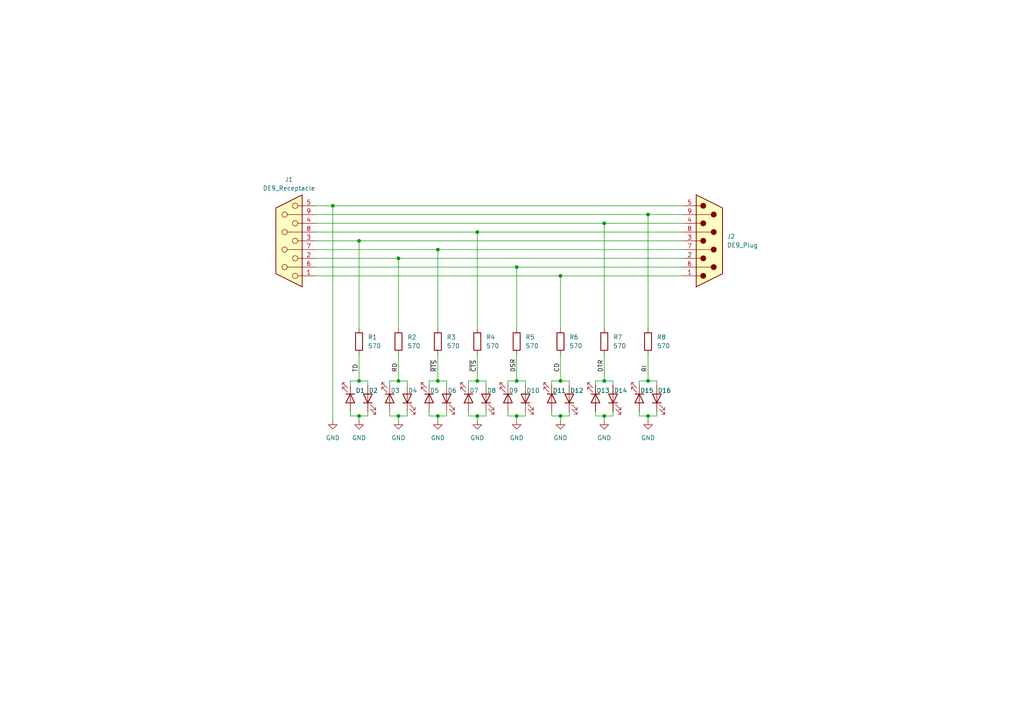
<source format=kicad_sch>
(kicad_sch (version 20231120) (generator "eeschema") (generator_version "8.0")
  (paper "A4")
  (lib_symbols
    (symbol "Connector:DE9_Plug" (pin_names (offset 1.016) hide)
      (property "Reference" "J" (at 0 13.97 0))
      (property "Value" "DE9_Plug" (at 0 -14.605 0))
      (symbol "DE9_Plug_0_1"
        (circle (center -1.778 -10.16) (radius 0.762) (fill (type outline)))
        (circle (center -1.778 -5.08) (radius 0.762) (fill (type outline)))
        (circle (center -1.778 0) (radius 0.762) (fill (type outline)))
        (circle (center -1.778 5.08) (radius 0.762) (fill (type outline)))
        (circle (center -1.778 10.16) (radius 0.762) (fill (type outline)))
        (polyline (pts (xy -3.81 -10.16) (xy -2.54 -10.16)))
        (polyline (pts (xy -3.81 -7.62) (xy 0.508 -7.62)))
        (polyline (pts (xy -3.81 -5.08) (xy -2.54 -5.08)))
        (polyline (pts (xy -3.81 -2.54) (xy 0.508 -2.54)))
        (polyline (pts (xy -3.81 0) (xy -2.54 0)))
        (polyline (pts (xy -3.81 2.54) (xy 0.508 2.54)))
        (polyline (pts (xy -3.81 5.08) (xy -2.54 5.08)))
        (polyline (pts (xy -3.81 7.62) (xy 0.508 7.62)))
        (polyline (pts (xy -3.81 10.16) (xy -2.54 10.16)))
        (polyline (pts (xy -3.81 -13.335) (xy -3.81 13.335) (xy 3.81 9.525) (xy 3.81 -9.525) (xy -3.81 -13.335)) (stroke (width 0.254)) (fill (type background)))
        (circle (center 1.27 -7.62) (radius 0.762) (fill (type outline)))
        (circle (center 1.27 -2.54) (radius 0.762) (fill (type outline)))
        (circle (center 1.27 2.54) (radius 0.762) (fill (type outline)))
        (circle (center 1.27 7.62) (radius 0.762) (fill (type outline)))
      )
      (symbol "DE9_Plug_1_1"
        (pin passive line (at -7.62 -10.16 0) (length 3.81) (name "1") (number "1"))
        (pin passive line (at -7.62 -5.08 0) (length 3.81) (name "2") (number "2"))
        (pin passive line (at -7.62 0 0) (length 3.81) (name "3") (number "3"))
        (pin passive line (at -7.62 5.08 0) (length 3.81) (name "4") (number "4"))
        (pin passive line (at -7.62 10.16 0) (length 3.81) (name "5") (number "5"))
        (pin passive line (at -7.62 -7.62 0) (length 3.81) (name "6") (number "6"))
        (pin passive line (at -7.62 -2.54 0) (length 3.81) (name "7") (number "7"))
        (pin passive line (at -7.62 2.54 0) (length 3.81) (name "8") (number "8"))
        (pin passive line (at -7.62 7.62 0) (length 3.81) (name "9") (number "9"))
      )
    )
    (symbol "Connector:DE9_Receptacle" (pin_names (offset 1.016) hide)
      (property "Reference" "J" (at 0 13.97 0))
      (property "Value" "DE9_Receptacle" (at 0 -14.605 0))
      (symbol "DE9_Receptacle_0_1"
        (circle (center -1.778 -10.16) (radius 0.762))
        (circle (center -1.778 -5.08) (radius 0.762))
        (circle (center -1.778 0) (radius 0.762))
        (circle (center -1.778 5.08) (radius 0.762))
        (circle (center -1.778 10.16) (radius 0.762))
        (polyline (pts (xy -3.81 -10.16) (xy -2.54 -10.16)))
        (polyline (pts (xy -3.81 -7.62) (xy 0.508 -7.62)))
        (polyline (pts (xy -3.81 -5.08) (xy -2.54 -5.08)))
        (polyline (pts (xy -3.81 -2.54) (xy 0.508 -2.54)))
        (polyline (pts (xy -3.81 0) (xy -2.54 0)))
        (polyline (pts (xy -3.81 2.54) (xy 0.508 2.54)))
        (polyline (pts (xy -3.81 5.08) (xy -2.54 5.08)))
        (polyline (pts (xy -3.81 7.62) (xy 0.508 7.62)))
        (polyline (pts (xy -3.81 10.16) (xy -2.54 10.16)))
        (polyline (pts (xy -3.81 13.335) (xy -3.81 -13.335) (xy 3.81 -9.525) (xy 3.81 9.525) (xy -3.81 13.335)) (stroke (width 0.254)) (fill (type background)))
        (circle (center 1.27 -7.62) (radius 0.762))
        (circle (center 1.27 -2.54) (radius 0.762))
        (circle (center 1.27 2.54) (radius 0.762))
        (circle (center 1.27 7.62) (radius 0.762))
      )
      (symbol "DE9_Receptacle_1_1"
        (pin passive line (at -7.62 10.16 0) (length 3.81) (name "1") (number "1"))
        (pin passive line (at -7.62 5.08 0) (length 3.81) (name "2") (number "2"))
        (pin passive line (at -7.62 0 0) (length 3.81) (name "3") (number "3"))
        (pin passive line (at -7.62 -5.08 0) (length 3.81) (name "4") (number "4"))
        (pin passive line (at -7.62 -10.16 0) (length 3.81) (name "5") (number "5"))
        (pin passive line (at -7.62 7.62 0) (length 3.81) (name "6") (number "6"))
        (pin passive line (at -7.62 2.54 0) (length 3.81) (name "7") (number "7"))
        (pin passive line (at -7.62 -2.54 0) (length 3.81) (name "8") (number "8"))
        (pin passive line (at -7.62 -7.62 0) (length 3.81) (name "9") (number "9"))
      )
    )
    (symbol "Device:LED" (pin_numbers hide) (pin_names (offset 1.016) hide)
      (property "Reference" "D" (at 0 2.54 0))
      (property "Value" "LED" (at 0 -2.54 0))
      (symbol "LED_0_1"
        (polyline (pts (xy -1.27 -1.27) (xy -1.27 1.27)) (stroke (width 0.254)))
        (polyline (pts (xy -1.27 0) (xy 1.27 0)))
        (polyline (pts (xy 1.27 -1.27) (xy 1.27 1.27) (xy -1.27 0) (xy 1.27 -1.27)) (stroke (width 0.254)))
        (polyline (pts (xy -3.048 -0.762) (xy -4.572 -2.286) (xy -3.81 -2.286) (xy -4.572 -2.286) (xy -4.572 -1.524)))
        (polyline (pts (xy -1.778 -0.762) (xy -3.302 -2.286) (xy -2.54 -2.286) (xy -3.302 -2.286) (xy -3.302 -1.524)))
      )
      (symbol "LED_1_1"
        (pin passive line (at -3.81 0 0) (length 2.54) (name "K") (number "1"))
        (pin passive line (at 3.81 0 180) (length 2.54) (name "A") (number "2"))
      )
    )
    (symbol "Device:R" (pin_numbers hide) (pin_names (offset 0))
      (property "Reference" "R" (at 2.032 0 90))
      (property "Value" "R" (at 0 0 90))
      (symbol "R_0_1"
        (rectangle (start -1.016 -2.54) (end 1.016 2.54) (stroke (width 0.254)))
      )
      (symbol "R_1_1"
        (pin passive line (at 0 3.81 270) (length 1.27) (name "~") (number "1"))
        (pin passive line (at 0 -3.81 90) (length 1.27) (name "~") (number "2"))
      )
    )
    (symbol "power:GND" (power) (pin_numbers hide) (pin_names (offset 0) hide)
      (property "Value" "GND" (at 0 -3.81 0))
      (symbol "GND_0_1"
        (polyline (pts (xy 0 0) (xy 0 -1.27) (xy 1.27 -1.27) (xy 0 -2.54) (xy -1.27 -1.27) (xy 0 -1.27)))
      )
      (symbol "GND_1_1"
        (pin power_in line (at 0 0 270) (length 0) (name "~") (number "1"))
      )
    )
  )
  (junction (at 175.26 110.49))
  (junction (at 162.56 120.65))
  (junction (at 149.86 77.47))
  (junction (at 187.96 110.49))
  (junction (at 127 110.49))
  (junction (at 138.43 120.65))
  (junction (at 149.86 110.49))
  (junction (at 104.14 120.65))
  (junction (at 187.96 120.65))
  (junction (at 127 72.39))
  (junction (at 115.57 74.93))
  (junction (at 138.43 67.31))
  (junction (at 162.56 80.01))
  (junction (at 175.26 64.77))
  (junction (at 149.86 120.65))
  (junction (at 104.14 110.49))
  (junction (at 104.14 69.85))
  (junction (at 138.43 110.49))
  (junction (at 127 120.65))
  (junction (at 175.26 120.65))
  (junction (at 115.57 110.49))
  (junction (at 162.56 110.49))
  (junction (at 115.57 120.65))
  (junction (at 96.52 59.69))
  (junction (at 187.96 62.23))
  (wire (pts (xy 115.57 120.65) (xy 118.11 120.65)))
  (wire (pts (xy 127 72.39) (xy 198.12 72.39)))
  (wire (pts (xy 149.86 102.87) (xy 149.86 110.49)))
  (wire (pts (xy 190.5 110.49) (xy 190.5 111.76)))
  (wire (pts (xy 138.43 120.65) (xy 138.43 121.92)))
  (wire (pts (xy 91.44 64.77) (xy 175.26 64.77)))
  (wire (pts (xy 104.14 69.85) (xy 198.12 69.85)))
  (wire (pts (xy 187.96 110.49) (xy 190.5 110.49)))
  (wire (pts (xy 118.11 110.49) (xy 118.11 111.76)))
  (wire (pts (xy 127 102.87) (xy 127 110.49)))
  (wire (pts (xy 138.43 67.31) (xy 198.12 67.31)))
  (wire (pts (xy 124.46 119.38) (xy 124.46 120.65)))
  (wire (pts (xy 152.4 120.65) (xy 152.4 119.38)))
  (wire (pts (xy 160.02 119.38) (xy 160.02 120.65)))
  (wire (pts (xy 152.4 110.49) (xy 152.4 111.76)))
  (wire (pts (xy 138.43 102.87) (xy 138.43 110.49)))
  (wire (pts (xy 135.89 111.76) (xy 135.89 110.49)))
  (wire (pts (xy 160.02 111.76) (xy 160.02 110.49)))
  (wire (pts (xy 127 110.49) (xy 129.54 110.49)))
  (wire (pts (xy 104.14 69.85) (xy 104.14 95.25)))
  (wire (pts (xy 162.56 120.65) (xy 162.56 121.92)))
  (wire (pts (xy 172.72 119.38) (xy 172.72 120.65)))
  (wire (pts (xy 140.97 120.65) (xy 140.97 119.38)))
  (wire (pts (xy 149.86 95.25) (xy 149.86 77.47)))
  (wire (pts (xy 91.44 67.31) (xy 138.43 67.31)))
  (wire (pts (xy 135.89 110.49) (xy 138.43 110.49)))
  (wire (pts (xy 101.6 119.38) (xy 101.6 120.65)))
  (wire (pts (xy 129.54 110.49) (xy 129.54 111.76)))
  (wire (pts (xy 101.6 120.65) (xy 104.14 120.65)))
  (wire (pts (xy 185.42 120.65) (xy 187.96 120.65)))
  (wire (pts (xy 91.44 80.01) (xy 162.56 80.01)))
  (wire (pts (xy 185.42 119.38) (xy 185.42 120.65)))
  (wire (pts (xy 91.44 72.39) (xy 127 72.39)))
  (wire (pts (xy 138.43 95.25) (xy 138.43 67.31)))
  (wire (pts (xy 187.96 102.87) (xy 187.96 110.49)))
  (wire (pts (xy 185.42 111.76) (xy 185.42 110.49)))
  (wire (pts (xy 177.8 110.49) (xy 177.8 111.76)))
  (wire (pts (xy 185.42 110.49) (xy 187.96 110.49)))
  (wire (pts (xy 115.57 102.87) (xy 115.57 110.49)))
  (wire (pts (xy 147.32 111.76) (xy 147.32 110.49)))
  (wire (pts (xy 118.11 120.65) (xy 118.11 119.38)))
  (wire (pts (xy 190.5 120.65) (xy 190.5 119.38)))
  (wire (pts (xy 175.26 95.25) (xy 175.26 64.77)))
  (wire (pts (xy 162.56 110.49) (xy 165.1 110.49)))
  (wire (pts (xy 147.32 119.38) (xy 147.32 120.65)))
  (wire (pts (xy 160.02 110.49) (xy 162.56 110.49)))
  (wire (pts (xy 140.97 110.49) (xy 140.97 111.76)))
  (wire (pts (xy 124.46 110.49) (xy 127 110.49)))
  (wire (pts (xy 91.44 77.47) (xy 149.86 77.47)))
  (wire (pts (xy 172.72 111.76) (xy 172.72 110.49)))
  (wire (pts (xy 162.56 102.87) (xy 162.56 110.49)))
  (wire (pts (xy 149.86 77.47) (xy 198.12 77.47)))
  (wire (pts (xy 129.54 120.65) (xy 129.54 119.38)))
  (wire (pts (xy 135.89 119.38) (xy 135.89 120.65)))
  (wire (pts (xy 149.86 110.49) (xy 152.4 110.49)))
  (wire (pts (xy 187.96 95.25) (xy 187.96 62.23)))
  (wire (pts (xy 115.57 74.93) (xy 198.12 74.93)))
  (wire (pts (xy 104.14 110.49) (xy 106.68 110.49)))
  (wire (pts (xy 149.86 120.65) (xy 149.86 121.92)))
  (wire (pts (xy 96.52 59.69) (xy 198.12 59.69)))
  (wire (pts (xy 91.44 62.23) (xy 187.96 62.23)))
  (wire (pts (xy 91.44 59.69) (xy 96.52 59.69)))
  (wire (pts (xy 101.6 110.49) (xy 104.14 110.49)))
  (wire (pts (xy 115.57 74.93) (xy 115.57 95.25)))
  (wire (pts (xy 162.56 120.65) (xy 165.1 120.65)))
  (wire (pts (xy 175.26 120.65) (xy 175.26 121.92)))
  (wire (pts (xy 147.32 110.49) (xy 149.86 110.49)))
  (wire (pts (xy 115.57 110.49) (xy 118.11 110.49)))
  (wire (pts (xy 91.44 74.93) (xy 115.57 74.93)))
  (wire (pts (xy 113.03 120.65) (xy 115.57 120.65)))
  (wire (pts (xy 113.03 111.76) (xy 113.03 110.49)))
  (wire (pts (xy 149.86 120.65) (xy 152.4 120.65)))
  (wire (pts (xy 104.14 102.87) (xy 104.14 110.49)))
  (wire (pts (xy 127 72.39) (xy 127 95.25)))
  (wire (pts (xy 177.8 120.65) (xy 177.8 119.38)))
  (wire (pts (xy 147.32 120.65) (xy 149.86 120.65)))
  (wire (pts (xy 160.02 120.65) (xy 162.56 120.65)))
  (wire (pts (xy 115.57 120.65) (xy 115.57 121.92)))
  (wire (pts (xy 101.6 111.76) (xy 101.6 110.49)))
  (wire (pts (xy 172.72 120.65) (xy 175.26 120.65)))
  (wire (pts (xy 175.26 120.65) (xy 177.8 120.65)))
  (wire (pts (xy 104.14 120.65) (xy 104.14 121.92)))
  (wire (pts (xy 187.96 62.23) (xy 198.12 62.23)))
  (wire (pts (xy 165.1 120.65) (xy 165.1 119.38)))
  (wire (pts (xy 162.56 80.01) (xy 198.12 80.01)))
  (wire (pts (xy 104.14 120.65) (xy 106.68 120.65)))
  (wire (pts (xy 127 120.65) (xy 127 121.92)))
  (wire (pts (xy 106.68 120.65) (xy 106.68 119.38)))
  (wire (pts (xy 138.43 120.65) (xy 140.97 120.65)))
  (wire (pts (xy 162.56 80.01) (xy 162.56 95.25)))
  (wire (pts (xy 175.26 64.77) (xy 198.12 64.77)))
  (wire (pts (xy 124.46 120.65) (xy 127 120.65)))
  (wire (pts (xy 175.26 110.49) (xy 177.8 110.49)))
  (wire (pts (xy 175.26 102.87) (xy 175.26 110.49)))
  (wire (pts (xy 113.03 119.38) (xy 113.03 120.65)))
  (wire (pts (xy 138.43 110.49) (xy 140.97 110.49)))
  (wire (pts (xy 91.44 69.85) (xy 104.14 69.85)))
  (wire (pts (xy 165.1 110.49) (xy 165.1 111.76)))
  (wire (pts (xy 187.96 120.65) (xy 187.96 121.92)))
  (wire (pts (xy 127 120.65) (xy 129.54 120.65)))
  (wire (pts (xy 96.52 59.69) (xy 96.52 121.92)))
  (wire (pts (xy 124.46 111.76) (xy 124.46 110.49)))
  (wire (pts (xy 172.72 110.49) (xy 175.26 110.49)))
  (wire (pts (xy 106.68 110.49) (xy 106.68 111.76)))
  (wire (pts (xy 113.03 110.49) (xy 115.57 110.49)))
  (wire (pts (xy 187.96 120.65) (xy 190.5 120.65)))
  (wire (pts (xy 135.89 120.65) (xy 138.43 120.65)))
  (label "DSR" (at 149.86 107.95 90))
  (label "TD" (at 104.14 107.95 90))
  (label "DTR" (at 175.26 107.95 90))
  (label "RD" (at 115.57 107.95 90))
  (label "~{RTS}" (at 127 107.95 90))
  (label "RI" (at 187.96 107.95 90))
  (label "~{CTS}" (at 138.43 107.95 90))
  (label "CD" (at 162.56 107.95 90))
  (symbol (lib_id "Device:LED") (at 135.89 115.57 270) (unit 1)
    (property "Reference" "D7" (at 136.144 113.284 90) (effects (justify left)))
    (property "Value" "LED" (effects (hide yes)))
    (property "Footprint" "LED_SMD:LED_0805_2012Metric_Pad1.15x1.40mm_HandSolder" (effects (hide yes)))
    (property "Description" "Light emitting diode" (effects (hide yes)))
  )
  (symbol (lib_id "Device:LED") (at 152.4 115.57 90) (unit 1)
    (property "Reference" "D10" (at 152.654 113.284 90) (effects (justify right)))
    (property "Value" "LED" (effects (hide yes)))
    (property "Footprint" "LED_SMD:LED_0805_2012Metric_Pad1.15x1.40mm_HandSolder" (effects (hide yes)))
    (property "Description" "Light emitting diode" (effects (hide yes)))
  )
  (symbol (lib_id "Device:LED") (at 177.8 115.57 90) (unit 1)
    (property "Reference" "D14" (at 178.054 113.284 90) (effects (justify right)))
    (property "Value" "LED" (effects (hide yes)))
    (property "Footprint" "LED_SMD:LED_0805_2012Metric_Pad1.15x1.40mm_HandSolder" (effects (hide yes)))
    (property "Description" "Light emitting diode" (effects (hide yes)))
  )
  (symbol (lib_id "Device:R") (at 127 99.06 0) (unit 1)
    (property "Reference" "R3" (at 129.54 97.7899 0) (effects (justify left)))
    (property "Value" "570" (at 129.54 100.3299 0) (effects (justify left)))
    (property "Footprint" "Resistor_SMD:R_0805_2012Metric_Pad1.20x1.40mm_HandSolder" (effects (hide yes)))
    (property "Description" "Resistor" (effects (hide yes)))
  )
  (symbol (lib_id "Connector:DE9_Plug") (at 205.74 69.85 0) (unit 1)
    (property "Reference" "J2" (at 210.82 68.5799 0) (effects (justify left)))
    (property "Value" "DE9_Plug" (at 210.82 71.1199 0) (effects (justify left)))
    (property "Footprint" "Connector_Dsub:DSUB-9_Male_EdgeMount_P2.77mm" (effects (hide yes)))
    (property "Description" "9-pin male plug pin D-SUB connector" (effects (hide yes)))
  )
  (symbol (lib_id "Device:LED") (at 106.68 115.57 90) (unit 1)
    (property "Reference" "D2" (at 106.934 113.284 90) (effects (justify right)))
    (property "Value" "LED" (effects (hide yes)))
    (property "Footprint" "LED_SMD:LED_0805_2012Metric_Pad1.15x1.40mm_HandSolder" (effects (hide yes)))
    (property "Description" "Light emitting diode" (effects (hide yes)))
  )
  (symbol (lib_id "Connector:DE9_Receptacle") (at 83.82 69.85 180) (unit 1)
    (property "Reference" "J1" (at 83.82 52.07 0))
    (property "Value" "DE9_Receptacle" (at 83.82 54.61 0))
    (property "Footprint" "Connector_Dsub:DSUB-9_Female_EdgeMount_P2.77mm" (effects (hide yes)))
    (property "Description" "9-pin female receptacle socket D-SUB connector" (effects (hide yes)))
  )
  (symbol (lib_id "power:GND") (at 162.56 121.92 0) (unit 1)
    (property "Reference" "#PWR07" (effects (hide yes)))
    (property "Value" "GND" (at 162.56 127 0))
    (property "Description" "Power symbol creates a global label with name \"GND\" , ground" (effects (hide yes)))
  )
  (symbol (lib_id "power:GND") (at 149.86 121.92 0) (unit 1)
    (property "Reference" "#PWR06" (effects (hide yes)))
    (property "Value" "GND" (at 149.86 127 0))
    (property "Description" "Power symbol creates a global label with name \"GND\" , ground" (effects (hide yes)))
  )
  (symbol (lib_id "power:GND") (at 104.14 121.92 0) (unit 1)
    (property "Reference" "#PWR02" (effects (hide yes)))
    (property "Value" "GND" (at 104.14 127 0))
    (property "Description" "Power symbol creates a global label with name \"GND\" , ground" (effects (hide yes)))
  )
  (symbol (lib_id "Device:LED") (at 172.72 115.57 270) (unit 1)
    (property "Reference" "D13" (at 172.974 113.284 90) (effects (justify left)))
    (property "Value" "LED" (effects (hide yes)))
    (property "Footprint" "LED_SMD:LED_0805_2012Metric_Pad1.15x1.40mm_HandSolder" (effects (hide yes)))
    (property "Description" "Light emitting diode" (effects (hide yes)))
  )
  (symbol (lib_id "power:GND") (at 96.52 121.92 0) (unit 1)
    (property "Reference" "#PWR01" (effects (hide yes)))
    (property "Value" "GND" (at 96.52 127 0))
    (property "Description" "Power symbol creates a global label with name \"GND\" , ground" (effects (hide yes)))
  )
  (symbol (lib_id "Device:LED") (at 147.32 115.57 270) (unit 1)
    (property "Reference" "D9" (at 147.574 113.284 90) (effects (justify left)))
    (property "Value" "LED" (effects (hide yes)))
    (property "Footprint" "LED_SMD:LED_0805_2012Metric_Pad1.15x1.40mm_HandSolder" (effects (hide yes)))
    (property "Description" "Light emitting diode" (effects (hide yes)))
  )
  (symbol (lib_id "power:GND") (at 127 121.92 0) (unit 1)
    (property "Reference" "#PWR04" (effects (hide yes)))
    (property "Value" "GND" (at 127 127 0))
    (property "Description" "Power symbol creates a global label with name \"GND\" , ground" (effects (hide yes)))
  )
  (symbol (lib_id "Device:LED") (at 101.6 115.57 270) (unit 1)
    (property "Reference" "D1" (at 103.124 113.284 90) (effects (justify left)))
    (property "Value" "LED" (effects (hide yes)))
    (property "Footprint" "LED_SMD:LED_0805_2012Metric_Pad1.15x1.40mm_HandSolder" (effects (hide yes)))
    (property "Description" "Light emitting diode" (effects (hide yes)))
  )
  (symbol (lib_id "Device:R") (at 162.56 99.06 0) (unit 1)
    (property "Reference" "R6" (at 165.1 97.7899 0) (effects (justify left)))
    (property "Value" "570" (at 165.1 100.3299 0) (effects (justify left)))
    (property "Footprint" "Resistor_SMD:R_0805_2012Metric_Pad1.20x1.40mm_HandSolder" (effects (hide yes)))
    (property "Description" "Resistor" (effects (hide yes)))
  )
  (symbol (lib_id "Device:LED") (at 124.46 115.57 270) (unit 1)
    (property "Reference" "D5" (at 124.714 113.284 90) (effects (justify left)))
    (property "Value" "LED" (effects (hide yes)))
    (property "Footprint" "LED_SMD:LED_0805_2012Metric_Pad1.15x1.40mm_HandSolder" (effects (hide yes)))
    (property "Description" "Light emitting diode" (effects (hide yes)))
  )
  (symbol (lib_id "Device:R") (at 104.14 99.06 0) (unit 1)
    (property "Reference" "R1" (at 106.68 97.7899 0) (effects (justify left)))
    (property "Value" "570" (at 106.68 100.3299 0) (effects (justify left)))
    (property "Footprint" "Resistor_SMD:R_0805_2012Metric_Pad1.20x1.40mm_HandSolder" (effects (hide yes)))
    (property "Description" "Resistor" (effects (hide yes)))
  )
  (symbol (lib_id "Device:LED") (at 160.02 115.57 270) (unit 1)
    (property "Reference" "D11" (at 160.274 113.284 90) (effects (justify left)))
    (property "Value" "LED" (effects (hide yes)))
    (property "Footprint" "LED_SMD:LED_0805_2012Metric_Pad1.15x1.40mm_HandSolder" (effects (hide yes)))
    (property "Description" "Light emitting diode" (effects (hide yes)))
  )
  (symbol (lib_id "Device:R") (at 115.57 99.06 0) (unit 1)
    (property "Reference" "R2" (at 118.11 97.7899 0) (effects (justify left)))
    (property "Value" "570" (at 118.11 100.3299 0) (effects (justify left)))
    (property "Footprint" "Resistor_SMD:R_0805_2012Metric_Pad1.20x1.40mm_HandSolder" (effects (hide yes)))
    (property "Description" "Resistor" (effects (hide yes)))
  )
  (symbol (lib_id "Device:LED") (at 185.42 115.57 270) (unit 1)
    (property "Reference" "D15" (at 185.674 113.284 90) (effects (justify left)))
    (property "Value" "LED" (effects (hide yes)))
    (property "Footprint" "LED_SMD:LED_0805_2012Metric_Pad1.15x1.40mm_HandSolder" (effects (hide yes)))
    (property "Description" "Light emitting diode" (effects (hide yes)))
  )
  (symbol (lib_id "Device:R") (at 138.43 99.06 0) (unit 1)
    (property "Reference" "R4" (at 140.97 97.7899 0) (effects (justify left)))
    (property "Value" "570" (at 140.97 100.3299 0) (effects (justify left)))
    (property "Footprint" "Resistor_SMD:R_0805_2012Metric_Pad1.20x1.40mm_HandSolder" (effects (hide yes)))
    (property "Description" "Resistor" (effects (hide yes)))
  )
  (symbol (lib_id "Device:R") (at 187.96 99.06 0) (unit 1)
    (property "Reference" "R8" (at 190.5 97.7899 0) (effects (justify left)))
    (property "Value" "570" (at 190.5 100.3299 0) (effects (justify left)))
    (property "Footprint" "Resistor_SMD:R_0805_2012Metric_Pad1.20x1.40mm_HandSolder" (effects (hide yes)))
    (property "Description" "Resistor" (effects (hide yes)))
  )
  (symbol (lib_id "power:GND") (at 115.57 121.92 0) (unit 1)
    (property "Reference" "#PWR03" (effects (hide yes)))
    (property "Value" "GND" (at 115.57 127 0))
    (property "Description" "Power symbol creates a global label with name \"GND\" , ground" (effects (hide yes)))
  )
  (symbol (lib_id "power:GND") (at 175.26 121.92 0) (unit 1)
    (property "Reference" "#PWR08" (effects (hide yes)))
    (property "Value" "GND" (at 175.26 127 0))
    (property "Description" "Power symbol creates a global label with name \"GND\" , ground" (effects (hide yes)))
  )
  (symbol (lib_id "Device:LED") (at 165.1 115.57 90) (unit 1)
    (property "Reference" "D12" (at 165.354 113.284 90) (effects (justify right)))
    (property "Value" "LED" (effects (hide yes)))
    (property "Footprint" "LED_SMD:LED_0805_2012Metric_Pad1.15x1.40mm_HandSolder" (effects (hide yes)))
    (property "Description" "Light emitting diode" (effects (hide yes)))
  )
  (symbol (lib_id "Device:LED") (at 129.54 115.57 90) (unit 1)
    (property "Reference" "D6" (at 129.794 113.284 90) (effects (justify right)))
    (property "Value" "LED" (effects (hide yes)))
    (property "Footprint" "LED_SMD:LED_0805_2012Metric_Pad1.15x1.40mm_HandSolder" (effects (hide yes)))
    (property "Description" "Light emitting diode" (effects (hide yes)))
  )
  (symbol (lib_id "Device:R") (at 175.26 99.06 0) (unit 1)
    (property "Reference" "R7" (at 177.8 97.7899 0) (effects (justify left)))
    (property "Value" "570" (at 177.8 100.3299 0) (effects (justify left)))
    (property "Footprint" "Resistor_SMD:R_0805_2012Metric_Pad1.20x1.40mm_HandSolder" (effects (hide yes)))
    (property "Description" "Resistor" (effects (hide yes)))
  )
  (symbol (lib_id "power:GND") (at 138.43 121.92 0) (unit 1)
    (property "Reference" "#PWR05" (effects (hide yes)))
    (property "Value" "GND" (at 138.43 127 0))
    (property "Description" "Power symbol creates a global label with name \"GND\" , ground" (effects (hide yes)))
  )
  (symbol (lib_id "Device:LED") (at 118.11 115.57 90) (unit 1)
    (property "Reference" "D4" (at 118.364 113.284 90) (effects (justify right)))
    (property "Value" "LED" (effects (hide yes)))
    (property "Footprint" "LED_SMD:LED_0805_2012Metric_Pad1.15x1.40mm_HandSolder" (effects (hide yes)))
    (property "Description" "Light emitting diode" (effects (hide yes)))
  )
  (symbol (lib_id "Device:LED") (at 140.97 115.57 90) (unit 1)
    (property "Reference" "D8" (at 141.224 113.284 90) (effects (justify right)))
    (property "Value" "LED" (effects (hide yes)))
    (property "Footprint" "LED_SMD:LED_0805_2012Metric_Pad1.15x1.40mm_HandSolder" (effects (hide yes)))
    (property "Description" "Light emitting diode" (effects (hide yes)))
  )
  (symbol (lib_id "Device:LED") (at 190.5 115.57 90) (unit 1)
    (property "Reference" "D16" (at 190.754 113.284 90) (effects (justify right)))
    (property "Value" "LED" (effects (hide yes)))
    (property "Footprint" "LED_SMD:LED_0805_2012Metric_Pad1.15x1.40mm_HandSolder" (effects (hide yes)))
    (property "Description" "Light emitting diode" (effects (hide yes)))
  )
  (symbol (lib_id "Device:LED") (at 113.03 115.57 270) (unit 1)
    (property "Reference" "D3" (at 113.284 113.284 90) (effects (justify left)))
    (property "Value" "LED" (effects (hide yes)))
    (property "Footprint" "LED_SMD:LED_0805_2012Metric_Pad1.15x1.40mm_HandSolder" (effects (hide yes)))
    (property "Description" "Light emitting diode" (effects (hide yes)))
  )
  (symbol (lib_id "power:GND") (at 187.96 121.92 0) (unit 1)
    (property "Reference" "#PWR09" (effects (hide yes)))
    (property "Value" "GND" (at 187.96 127 0))
    (property "Description" "Power symbol creates a global label with name \"GND\" , ground" (effects (hide yes)))
  )
  (symbol (lib_id "Device:R") (at 149.86 99.06 0) (unit 1)
    (property "Reference" "R5" (at 152.4 97.7899 0) (effects (justify left)))
    (property "Value" "570" (at 152.4 100.3299 0) (effects (justify left)))
    (property "Footprint" "Resistor_SMD:R_0805_2012Metric_Pad1.20x1.40mm_HandSolder" (effects (hide yes)))
    (property "Description" "Resistor" (effects (hide yes)))
  )
)
</source>
